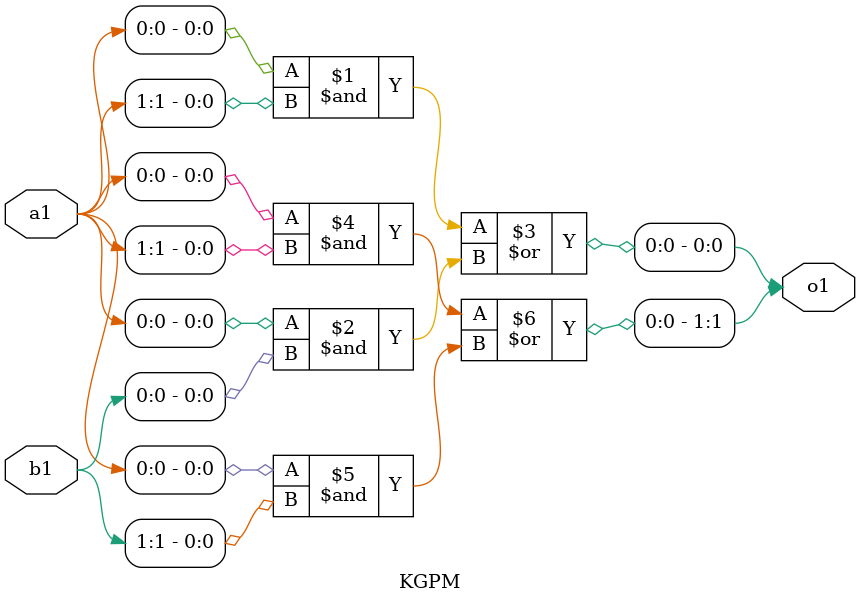
<source format=v>
module KGPM (a1,b1,o1);
input[1:0] a1;
input[1:0] b1;
output[1:0] o1;

assign o1[0]=(a1[0]&a1[1]) | (a1[0]&b1[0]);
assign o1[1]=(a1[0]&a1[1]) | (a1[0]&b1[1]);

endmodule

</source>
